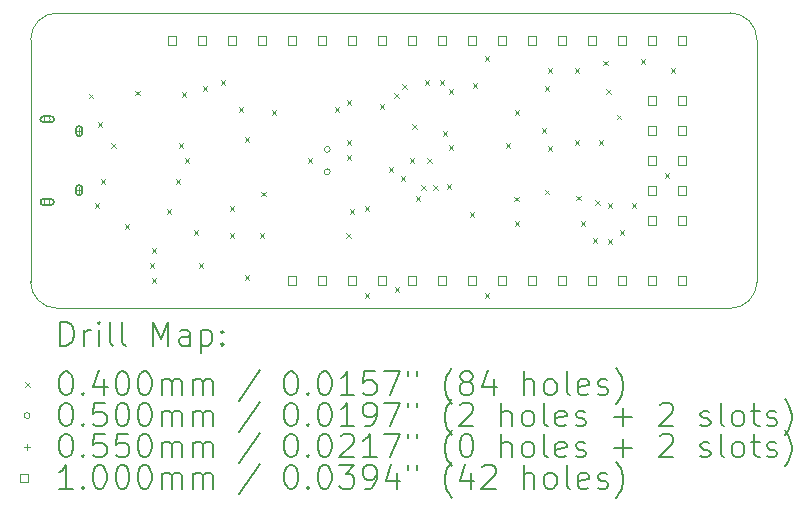
<source format=gbr>
%TF.GenerationSoftware,KiCad,Pcbnew,(6.0.9)*%
%TF.CreationDate,2022-11-19T12:25:15+01:00*%
%TF.ProjectId,SAMD21 breakout,53414d44-3231-4206-9272-65616b6f7574,rev?*%
%TF.SameCoordinates,Original*%
%TF.FileFunction,Drillmap*%
%TF.FilePolarity,Positive*%
%FSLAX45Y45*%
G04 Gerber Fmt 4.5, Leading zero omitted, Abs format (unit mm)*
G04 Created by KiCad (PCBNEW (6.0.9)) date 2022-11-19 12:25:15*
%MOMM*%
%LPD*%
G01*
G04 APERTURE LIST*
%ADD10C,0.100000*%
%ADD11C,0.200000*%
%ADD12C,0.040000*%
%ADD13C,0.050000*%
%ADD14C,0.055000*%
G04 APERTURE END LIST*
D10*
X3711520Y-234000D02*
G75*
G03*
X3936520Y-9000I0J225000D01*
G01*
X3936520Y-9000D02*
X3936520Y2041000D01*
X3936520Y2041000D02*
G75*
G03*
X3711520Y2266000I-225000J0D01*
G01*
X-2213480Y-9000D02*
G75*
G03*
X-1988480Y-234000I225000J0D01*
G01*
X-1988480Y2266000D02*
G75*
G03*
X-2213480Y2041000I0J-225000D01*
G01*
X3711520Y2266000D02*
X-1988480Y2266000D01*
X-1988480Y-234000D02*
X3711520Y-234000D01*
X-2213480Y2041000D02*
X-2213480Y-9000D01*
D11*
D12*
X-1721800Y1582100D02*
X-1681800Y1542100D01*
X-1681800Y1582100D02*
X-1721800Y1542100D01*
X-1671000Y655000D02*
X-1631000Y615000D01*
X-1631000Y655000D02*
X-1671000Y615000D01*
X-1645600Y1340800D02*
X-1605600Y1300800D01*
X-1605600Y1340800D02*
X-1645600Y1300800D01*
X-1620200Y858200D02*
X-1580200Y818200D01*
X-1580200Y858200D02*
X-1620200Y818200D01*
X-1531300Y1163000D02*
X-1491300Y1123000D01*
X-1491300Y1163000D02*
X-1531300Y1123000D01*
X-1417000Y477200D02*
X-1377000Y437200D01*
X-1377000Y477200D02*
X-1417000Y437200D01*
X-1328100Y1607500D02*
X-1288100Y1567500D01*
X-1288100Y1607500D02*
X-1328100Y1567500D01*
X-1206725Y148538D02*
X-1166725Y108538D01*
X-1166725Y148538D02*
X-1206725Y108538D01*
X-1188400Y274000D02*
X-1148400Y234000D01*
X-1148400Y274000D02*
X-1188400Y234000D01*
X-1188400Y20000D02*
X-1148400Y-20000D01*
X-1148400Y20000D02*
X-1188400Y-20000D01*
X-1061400Y604200D02*
X-1021400Y564200D01*
X-1021400Y604200D02*
X-1061400Y564200D01*
X-985200Y858200D02*
X-945200Y818200D01*
X-945200Y858200D02*
X-985200Y818200D01*
X-959800Y1163000D02*
X-919800Y1123000D01*
X-919800Y1163000D02*
X-959800Y1123000D01*
X-934400Y1594800D02*
X-894400Y1554800D01*
X-894400Y1594800D02*
X-934400Y1554800D01*
X-909000Y1036000D02*
X-869000Y996000D01*
X-869000Y1036000D02*
X-909000Y996000D01*
X-832800Y426400D02*
X-792800Y386400D01*
X-792800Y426400D02*
X-832800Y386400D01*
X-790305Y146917D02*
X-750305Y106917D01*
X-750305Y146917D02*
X-790305Y106917D01*
X-756600Y1645600D02*
X-716600Y1605600D01*
X-716600Y1645600D02*
X-756600Y1605600D01*
X-604200Y1696400D02*
X-564200Y1656400D01*
X-564200Y1696400D02*
X-604200Y1656400D01*
X-528000Y629600D02*
X-488000Y589600D01*
X-488000Y629600D02*
X-528000Y589600D01*
X-528000Y401000D02*
X-488000Y361000D01*
X-488000Y401000D02*
X-528000Y361000D01*
X-451800Y1467800D02*
X-411800Y1427800D01*
X-411800Y1467800D02*
X-451800Y1427800D01*
X-401000Y1213800D02*
X-361000Y1173800D01*
X-361000Y1213800D02*
X-401000Y1173800D01*
X-401000Y45400D02*
X-361000Y5400D01*
X-361000Y45400D02*
X-401000Y5400D01*
X-274000Y401000D02*
X-234000Y361000D01*
X-234000Y401000D02*
X-274000Y361000D01*
X-263647Y752759D02*
X-223647Y712759D01*
X-223647Y752759D02*
X-263647Y712759D01*
X-172400Y1442400D02*
X-132400Y1402400D01*
X-132400Y1442400D02*
X-172400Y1402400D01*
X132400Y1036000D02*
X172400Y996000D01*
X172400Y1036000D02*
X132400Y996000D01*
X361000Y1467800D02*
X401000Y1427800D01*
X401000Y1467800D02*
X361000Y1427800D01*
X456630Y401000D02*
X496630Y361000D01*
X496630Y401000D02*
X456630Y361000D01*
X462284Y1525700D02*
X502284Y1485700D01*
X502284Y1525700D02*
X462284Y1485700D01*
X462600Y1188400D02*
X502600Y1148400D01*
X502600Y1188400D02*
X462600Y1148400D01*
X462600Y1061400D02*
X502600Y1021400D01*
X502600Y1061400D02*
X462600Y1021400D01*
X488000Y604200D02*
X528000Y564200D01*
X528000Y604200D02*
X488000Y564200D01*
X615000Y-107000D02*
X655000Y-147000D01*
X655000Y-107000D02*
X615000Y-147000D01*
X615430Y629170D02*
X655430Y589170D01*
X655430Y629170D02*
X615430Y589170D01*
X741631Y1496444D02*
X781631Y1456444D01*
X781631Y1496444D02*
X741631Y1456444D01*
X818200Y959800D02*
X858200Y919800D01*
X858200Y959800D02*
X818200Y919800D01*
X867032Y1585594D02*
X907032Y1545594D01*
X907032Y1585594D02*
X867032Y1545594D01*
X869000Y-56200D02*
X909000Y-96200D01*
X909000Y-56200D02*
X869000Y-96200D01*
X919800Y883600D02*
X959800Y843600D01*
X959800Y883600D02*
X919800Y843600D01*
X933150Y1660550D02*
X973150Y1620550D01*
X973150Y1660550D02*
X933150Y1620550D01*
X996000Y1039750D02*
X1036000Y999750D01*
X1036000Y1039750D02*
X996000Y999750D01*
X1014099Y1322588D02*
X1054099Y1282588D01*
X1054099Y1322588D02*
X1014099Y1282588D01*
X1045602Y716511D02*
X1085602Y676511D01*
X1085602Y716511D02*
X1045602Y676511D01*
X1093850Y810729D02*
X1133850Y770729D01*
X1133850Y810729D02*
X1093850Y770729D01*
X1123000Y1696400D02*
X1163000Y1656400D01*
X1163000Y1696400D02*
X1123000Y1656400D01*
X1140900Y1039750D02*
X1180900Y999750D01*
X1180900Y1039750D02*
X1140900Y999750D01*
X1193721Y806758D02*
X1233721Y766758D01*
X1233721Y806758D02*
X1193721Y766758D01*
X1250000Y1696400D02*
X1290000Y1656400D01*
X1290000Y1696400D02*
X1250000Y1656400D01*
X1275400Y1264600D02*
X1315400Y1224600D01*
X1315400Y1264600D02*
X1275400Y1224600D01*
X1309002Y819578D02*
X1349002Y779578D01*
X1349002Y819578D02*
X1309002Y779578D01*
X1326200Y1620200D02*
X1366200Y1580200D01*
X1366200Y1620200D02*
X1326200Y1580200D01*
X1326665Y1147713D02*
X1366665Y1107713D01*
X1366665Y1147713D02*
X1326665Y1107713D01*
X1504000Y578800D02*
X1544000Y538800D01*
X1544000Y578800D02*
X1504000Y538800D01*
X1529400Y1671000D02*
X1569400Y1631000D01*
X1569400Y1671000D02*
X1529400Y1631000D01*
X1631000Y1899600D02*
X1671000Y1859600D01*
X1671000Y1899600D02*
X1631000Y1859600D01*
X1631000Y-107000D02*
X1671000Y-147000D01*
X1671000Y-107000D02*
X1631000Y-147000D01*
X1808800Y1163000D02*
X1848800Y1123000D01*
X1848800Y1163000D02*
X1808800Y1123000D01*
X1877872Y711381D02*
X1917872Y671381D01*
X1917872Y711381D02*
X1877872Y671381D01*
X1885000Y1442400D02*
X1925000Y1402400D01*
X1925000Y1442400D02*
X1885000Y1402400D01*
X1885000Y502600D02*
X1925000Y462600D01*
X1925000Y502600D02*
X1885000Y462600D01*
X2113600Y1290000D02*
X2153600Y1250000D01*
X2153600Y1290000D02*
X2113600Y1250000D01*
X2139000Y1645600D02*
X2179000Y1605600D01*
X2179000Y1645600D02*
X2139000Y1605600D01*
X2139000Y769300D02*
X2179000Y729300D01*
X2179000Y769300D02*
X2139000Y729300D01*
X2164400Y1798000D02*
X2204400Y1758000D01*
X2204400Y1798000D02*
X2164400Y1758000D01*
X2164400Y1137600D02*
X2204400Y1097600D01*
X2204400Y1137600D02*
X2164400Y1097600D01*
X2393000Y1798000D02*
X2433000Y1758000D01*
X2433000Y1798000D02*
X2393000Y1758000D01*
X2393000Y1188400D02*
X2433000Y1148400D01*
X2433000Y1188400D02*
X2393000Y1148400D01*
X2405556Y718644D02*
X2445556Y678644D01*
X2445556Y718644D02*
X2405556Y678644D01*
X2443800Y502600D02*
X2483800Y462600D01*
X2483800Y502600D02*
X2443800Y462600D01*
X2545400Y359150D02*
X2585400Y319150D01*
X2585400Y359150D02*
X2545400Y319150D01*
X2564593Y680400D02*
X2604593Y640400D01*
X2604593Y680400D02*
X2564593Y640400D01*
X2596200Y1188400D02*
X2636200Y1148400D01*
X2636200Y1188400D02*
X2596200Y1148400D01*
X2634300Y1861500D02*
X2674300Y1821500D01*
X2674300Y1861500D02*
X2634300Y1821500D01*
X2659700Y1620200D02*
X2699700Y1580200D01*
X2699700Y1620200D02*
X2659700Y1580200D01*
X2672400Y655000D02*
X2712400Y615000D01*
X2712400Y655000D02*
X2672400Y615000D01*
X2672400Y353950D02*
X2712400Y313950D01*
X2712400Y353950D02*
X2672400Y313950D01*
X2748600Y1404300D02*
X2788600Y1364300D01*
X2788600Y1404300D02*
X2748600Y1364300D01*
X2774000Y426400D02*
X2814000Y386400D01*
X2814000Y426400D02*
X2774000Y386400D01*
X2875600Y655000D02*
X2915600Y615000D01*
X2915600Y655000D02*
X2875600Y615000D01*
X2951800Y1874200D02*
X2991800Y1834200D01*
X2991800Y1874200D02*
X2951800Y1834200D01*
X3155000Y909000D02*
X3195000Y869000D01*
X3195000Y909000D02*
X3155000Y869000D01*
X3205800Y1798000D02*
X3245800Y1758000D01*
X3245800Y1798000D02*
X3205800Y1758000D01*
D13*
X-2048180Y1366000D02*
G75*
G03*
X-2048180Y1366000I-25000J0D01*
G01*
D11*
X-2040680Y1391000D02*
X-2105680Y1391000D01*
X-2040680Y1341000D02*
X-2105680Y1341000D01*
X-2105680Y1391000D02*
G75*
G03*
X-2105680Y1341000I0J-25000D01*
G01*
X-2040680Y1341000D02*
G75*
G03*
X-2040680Y1391000I0J25000D01*
G01*
D13*
X-2048180Y666000D02*
G75*
G03*
X-2048180Y666000I-25000J0D01*
G01*
D11*
X-2040680Y691000D02*
X-2105680Y691000D01*
X-2040680Y641000D02*
X-2105680Y641000D01*
X-2105680Y691000D02*
G75*
G03*
X-2105680Y641000I0J-25000D01*
G01*
X-2040680Y641000D02*
G75*
G03*
X-2040680Y691000I0J25000D01*
G01*
D13*
X323000Y1111000D02*
G75*
G03*
X323000Y1111000I-25000J0D01*
G01*
X323000Y921000D02*
G75*
G03*
X323000Y921000I-25000J0D01*
G01*
D14*
X-1803180Y1293500D02*
X-1803180Y1238500D01*
X-1830680Y1266000D02*
X-1775680Y1266000D01*
D11*
X-1830680Y1281000D02*
X-1830680Y1251000D01*
X-1775680Y1281000D02*
X-1775680Y1251000D01*
X-1830680Y1251000D02*
G75*
G03*
X-1775680Y1251000I27500J0D01*
G01*
X-1775680Y1281000D02*
G75*
G03*
X-1830680Y1281000I-27500J0D01*
G01*
D14*
X-1803180Y793500D02*
X-1803180Y738500D01*
X-1830680Y766000D02*
X-1775680Y766000D01*
D11*
X-1830680Y781000D02*
X-1830680Y751000D01*
X-1775680Y781000D02*
X-1775680Y751000D01*
X-1830680Y751000D02*
G75*
G03*
X-1775680Y751000I27500J0D01*
G01*
X-1775680Y781000D02*
G75*
G03*
X-1830680Y781000I-27500J0D01*
G01*
D10*
X-980644Y1996644D02*
X-980644Y2067356D01*
X-1051356Y2067356D01*
X-1051356Y1996644D01*
X-980644Y1996644D01*
X-726644Y1996644D02*
X-726644Y2067356D01*
X-797356Y2067356D01*
X-797356Y1996644D01*
X-726644Y1996644D01*
X-472644Y1996644D02*
X-472644Y2067356D01*
X-543356Y2067356D01*
X-543356Y1996644D01*
X-472644Y1996644D01*
X-218644Y1996644D02*
X-218644Y2067356D01*
X-289356Y2067356D01*
X-289356Y1996644D01*
X-218644Y1996644D01*
X35356Y1996644D02*
X35356Y2067356D01*
X-35356Y2067356D01*
X-35356Y1996644D01*
X35356Y1996644D01*
X35356Y-35356D02*
X35356Y35356D01*
X-35356Y35356D01*
X-35356Y-35356D01*
X35356Y-35356D01*
X289356Y1996644D02*
X289356Y2067356D01*
X218644Y2067356D01*
X218644Y1996644D01*
X289356Y1996644D01*
X289356Y-35356D02*
X289356Y35356D01*
X218644Y35356D01*
X218644Y-35356D01*
X289356Y-35356D01*
X543356Y1996644D02*
X543356Y2067356D01*
X472644Y2067356D01*
X472644Y1996644D01*
X543356Y1996644D01*
X543356Y-35356D02*
X543356Y35356D01*
X472644Y35356D01*
X472644Y-35356D01*
X543356Y-35356D01*
X797356Y1996644D02*
X797356Y2067356D01*
X726644Y2067356D01*
X726644Y1996644D01*
X797356Y1996644D01*
X797356Y-35356D02*
X797356Y35356D01*
X726644Y35356D01*
X726644Y-35356D01*
X797356Y-35356D01*
X1051356Y1996644D02*
X1051356Y2067356D01*
X980644Y2067356D01*
X980644Y1996644D01*
X1051356Y1996644D01*
X1051356Y-35356D02*
X1051356Y35356D01*
X980644Y35356D01*
X980644Y-35356D01*
X1051356Y-35356D01*
X1305356Y1996644D02*
X1305356Y2067356D01*
X1234644Y2067356D01*
X1234644Y1996644D01*
X1305356Y1996644D01*
X1305356Y-35356D02*
X1305356Y35356D01*
X1234644Y35356D01*
X1234644Y-35356D01*
X1305356Y-35356D01*
X1559356Y1996644D02*
X1559356Y2067356D01*
X1488644Y2067356D01*
X1488644Y1996644D01*
X1559356Y1996644D01*
X1559356Y-35356D02*
X1559356Y35356D01*
X1488644Y35356D01*
X1488644Y-35356D01*
X1559356Y-35356D01*
X1813356Y1996644D02*
X1813356Y2067356D01*
X1742644Y2067356D01*
X1742644Y1996644D01*
X1813356Y1996644D01*
X1813356Y-35356D02*
X1813356Y35356D01*
X1742644Y35356D01*
X1742644Y-35356D01*
X1813356Y-35356D01*
X2067356Y1996644D02*
X2067356Y2067356D01*
X1996644Y2067356D01*
X1996644Y1996644D01*
X2067356Y1996644D01*
X2067356Y-35356D02*
X2067356Y35356D01*
X1996644Y35356D01*
X1996644Y-35356D01*
X2067356Y-35356D01*
X2321356Y1996644D02*
X2321356Y2067356D01*
X2250644Y2067356D01*
X2250644Y1996644D01*
X2321356Y1996644D01*
X2321356Y-35356D02*
X2321356Y35356D01*
X2250644Y35356D01*
X2250644Y-35356D01*
X2321356Y-35356D01*
X2575356Y1996644D02*
X2575356Y2067356D01*
X2504644Y2067356D01*
X2504644Y1996644D01*
X2575356Y1996644D01*
X2575356Y-35356D02*
X2575356Y35356D01*
X2504644Y35356D01*
X2504644Y-35356D01*
X2575356Y-35356D01*
X2829356Y1996644D02*
X2829356Y2067356D01*
X2758644Y2067356D01*
X2758644Y1996644D01*
X2829356Y1996644D01*
X2829356Y-35356D02*
X2829356Y35356D01*
X2758644Y35356D01*
X2758644Y-35356D01*
X2829356Y-35356D01*
X3083356Y1996644D02*
X3083356Y2067356D01*
X3012644Y2067356D01*
X3012644Y1996644D01*
X3083356Y1996644D01*
X3083356Y1488644D02*
X3083356Y1559356D01*
X3012644Y1559356D01*
X3012644Y1488644D01*
X3083356Y1488644D01*
X3083356Y1234644D02*
X3083356Y1305356D01*
X3012644Y1305356D01*
X3012644Y1234644D01*
X3083356Y1234644D01*
X3083356Y980644D02*
X3083356Y1051356D01*
X3012644Y1051356D01*
X3012644Y980644D01*
X3083356Y980644D01*
X3083356Y726644D02*
X3083356Y797356D01*
X3012644Y797356D01*
X3012644Y726644D01*
X3083356Y726644D01*
X3083356Y472644D02*
X3083356Y543356D01*
X3012644Y543356D01*
X3012644Y472644D01*
X3083356Y472644D01*
X3083356Y-35356D02*
X3083356Y35356D01*
X3012644Y35356D01*
X3012644Y-35356D01*
X3083356Y-35356D01*
X3337356Y1996644D02*
X3337356Y2067356D01*
X3266644Y2067356D01*
X3266644Y1996644D01*
X3337356Y1996644D01*
X3337356Y1488644D02*
X3337356Y1559356D01*
X3266644Y1559356D01*
X3266644Y1488644D01*
X3337356Y1488644D01*
X3337356Y1234644D02*
X3337356Y1305356D01*
X3266644Y1305356D01*
X3266644Y1234644D01*
X3337356Y1234644D01*
X3337356Y980644D02*
X3337356Y1051356D01*
X3266644Y1051356D01*
X3266644Y980644D01*
X3337356Y980644D01*
X3337356Y726644D02*
X3337356Y797356D01*
X3266644Y797356D01*
X3266644Y726644D01*
X3337356Y726644D01*
X3337356Y472644D02*
X3337356Y543356D01*
X3266644Y543356D01*
X3266644Y472644D01*
X3337356Y472644D01*
X3337356Y-35356D02*
X3337356Y35356D01*
X3266644Y35356D01*
X3266644Y-35356D01*
X3337356Y-35356D01*
D11*
X-1960861Y-549476D02*
X-1960861Y-349476D01*
X-1913242Y-349476D01*
X-1884670Y-359000D01*
X-1865623Y-378048D01*
X-1856099Y-397095D01*
X-1846575Y-435190D01*
X-1846575Y-463762D01*
X-1856099Y-501857D01*
X-1865623Y-520905D01*
X-1884670Y-539952D01*
X-1913242Y-549476D01*
X-1960861Y-549476D01*
X-1760861Y-549476D02*
X-1760861Y-416143D01*
X-1760861Y-454238D02*
X-1751337Y-435190D01*
X-1741813Y-425667D01*
X-1722766Y-416143D01*
X-1703718Y-416143D01*
X-1637051Y-549476D02*
X-1637051Y-416143D01*
X-1637051Y-349476D02*
X-1646575Y-359000D01*
X-1637051Y-368524D01*
X-1627528Y-359000D01*
X-1637051Y-349476D01*
X-1637051Y-368524D01*
X-1513242Y-549476D02*
X-1532289Y-539952D01*
X-1541813Y-520905D01*
X-1541813Y-349476D01*
X-1408480Y-549476D02*
X-1427528Y-539952D01*
X-1437051Y-520905D01*
X-1437051Y-349476D01*
X-1179909Y-549476D02*
X-1179909Y-349476D01*
X-1113242Y-492333D01*
X-1046575Y-349476D01*
X-1046575Y-549476D01*
X-865623Y-549476D02*
X-865623Y-444714D01*
X-875147Y-425667D01*
X-894194Y-416143D01*
X-932289Y-416143D01*
X-951337Y-425667D01*
X-865623Y-539952D02*
X-884670Y-549476D01*
X-932289Y-549476D01*
X-951337Y-539952D01*
X-960861Y-520905D01*
X-960861Y-501857D01*
X-951337Y-482809D01*
X-932289Y-473286D01*
X-884670Y-473286D01*
X-865623Y-463762D01*
X-770385Y-416143D02*
X-770385Y-616143D01*
X-770385Y-425667D02*
X-751337Y-416143D01*
X-713242Y-416143D01*
X-694194Y-425667D01*
X-684670Y-435190D01*
X-675147Y-454238D01*
X-675147Y-511381D01*
X-684670Y-530429D01*
X-694194Y-539952D01*
X-713242Y-549476D01*
X-751337Y-549476D01*
X-770385Y-539952D01*
X-589432Y-530429D02*
X-579909Y-539952D01*
X-589432Y-549476D01*
X-598956Y-539952D01*
X-589432Y-530429D01*
X-589432Y-549476D01*
X-589432Y-425667D02*
X-579909Y-435190D01*
X-589432Y-444714D01*
X-598956Y-435190D01*
X-589432Y-425667D01*
X-589432Y-444714D01*
D12*
X-2258480Y-859000D02*
X-2218480Y-899000D01*
X-2218480Y-859000D02*
X-2258480Y-899000D01*
D11*
X-1922766Y-769476D02*
X-1903718Y-769476D01*
X-1884670Y-779000D01*
X-1875147Y-788524D01*
X-1865623Y-807571D01*
X-1856099Y-845667D01*
X-1856099Y-893286D01*
X-1865623Y-931381D01*
X-1875147Y-950428D01*
X-1884670Y-959952D01*
X-1903718Y-969476D01*
X-1922766Y-969476D01*
X-1941813Y-959952D01*
X-1951337Y-950428D01*
X-1960861Y-931381D01*
X-1970385Y-893286D01*
X-1970385Y-845667D01*
X-1960861Y-807571D01*
X-1951337Y-788524D01*
X-1941813Y-779000D01*
X-1922766Y-769476D01*
X-1770385Y-950428D02*
X-1760861Y-959952D01*
X-1770385Y-969476D01*
X-1779908Y-959952D01*
X-1770385Y-950428D01*
X-1770385Y-969476D01*
X-1589432Y-836143D02*
X-1589432Y-969476D01*
X-1637051Y-759952D02*
X-1684670Y-902809D01*
X-1560861Y-902809D01*
X-1446575Y-769476D02*
X-1427528Y-769476D01*
X-1408480Y-779000D01*
X-1398956Y-788524D01*
X-1389432Y-807571D01*
X-1379909Y-845667D01*
X-1379909Y-893286D01*
X-1389432Y-931381D01*
X-1398956Y-950428D01*
X-1408480Y-959952D01*
X-1427528Y-969476D01*
X-1446575Y-969476D01*
X-1465623Y-959952D01*
X-1475147Y-950428D01*
X-1484670Y-931381D01*
X-1494194Y-893286D01*
X-1494194Y-845667D01*
X-1484670Y-807571D01*
X-1475147Y-788524D01*
X-1465623Y-779000D01*
X-1446575Y-769476D01*
X-1256099Y-769476D02*
X-1237051Y-769476D01*
X-1218004Y-779000D01*
X-1208480Y-788524D01*
X-1198956Y-807571D01*
X-1189432Y-845667D01*
X-1189432Y-893286D01*
X-1198956Y-931381D01*
X-1208480Y-950428D01*
X-1218004Y-959952D01*
X-1237051Y-969476D01*
X-1256099Y-969476D01*
X-1275147Y-959952D01*
X-1284670Y-950428D01*
X-1294194Y-931381D01*
X-1303718Y-893286D01*
X-1303718Y-845667D01*
X-1294194Y-807571D01*
X-1284670Y-788524D01*
X-1275147Y-779000D01*
X-1256099Y-769476D01*
X-1103718Y-969476D02*
X-1103718Y-836143D01*
X-1103718Y-855190D02*
X-1094194Y-845667D01*
X-1075147Y-836143D01*
X-1046575Y-836143D01*
X-1027528Y-845667D01*
X-1018004Y-864714D01*
X-1018004Y-969476D01*
X-1018004Y-864714D02*
X-1008480Y-845667D01*
X-989432Y-836143D01*
X-960861Y-836143D01*
X-941813Y-845667D01*
X-932289Y-864714D01*
X-932289Y-969476D01*
X-837051Y-969476D02*
X-837051Y-836143D01*
X-837051Y-855190D02*
X-827528Y-845667D01*
X-808480Y-836143D01*
X-779908Y-836143D01*
X-760861Y-845667D01*
X-751337Y-864714D01*
X-751337Y-969476D01*
X-751337Y-864714D02*
X-741813Y-845667D01*
X-722766Y-836143D01*
X-694194Y-836143D01*
X-675147Y-845667D01*
X-665623Y-864714D01*
X-665623Y-969476D01*
X-275147Y-759952D02*
X-446575Y-1017095D01*
X-18004Y-769476D02*
X1044Y-769476D01*
X20091Y-779000D01*
X29615Y-788524D01*
X39139Y-807571D01*
X48663Y-845667D01*
X48663Y-893286D01*
X39139Y-931381D01*
X29615Y-950428D01*
X20091Y-959952D01*
X1044Y-969476D01*
X-18004Y-969476D01*
X-37051Y-959952D01*
X-46575Y-950428D01*
X-56099Y-931381D01*
X-65623Y-893286D01*
X-65623Y-845667D01*
X-56099Y-807571D01*
X-46575Y-788524D01*
X-37051Y-779000D01*
X-18004Y-769476D01*
X134377Y-950428D02*
X143901Y-959952D01*
X134377Y-969476D01*
X124853Y-959952D01*
X134377Y-950428D01*
X134377Y-969476D01*
X267710Y-769476D02*
X286758Y-769476D01*
X305806Y-779000D01*
X315330Y-788524D01*
X324853Y-807571D01*
X334377Y-845667D01*
X334377Y-893286D01*
X324853Y-931381D01*
X315330Y-950428D01*
X305806Y-959952D01*
X286758Y-969476D01*
X267710Y-969476D01*
X248663Y-959952D01*
X239139Y-950428D01*
X229615Y-931381D01*
X220091Y-893286D01*
X220091Y-845667D01*
X229615Y-807571D01*
X239139Y-788524D01*
X248663Y-779000D01*
X267710Y-769476D01*
X524853Y-969476D02*
X410568Y-969476D01*
X467710Y-969476D02*
X467710Y-769476D01*
X448663Y-798048D01*
X429615Y-817095D01*
X410568Y-826619D01*
X705806Y-769476D02*
X610568Y-769476D01*
X601044Y-864714D01*
X610568Y-855190D01*
X629615Y-845667D01*
X677234Y-845667D01*
X696282Y-855190D01*
X705806Y-864714D01*
X715329Y-883762D01*
X715329Y-931381D01*
X705806Y-950428D01*
X696282Y-959952D01*
X677234Y-969476D01*
X629615Y-969476D01*
X610568Y-959952D01*
X601044Y-950428D01*
X781996Y-769476D02*
X915329Y-769476D01*
X829615Y-969476D01*
X981996Y-769476D02*
X981996Y-807571D01*
X1058187Y-769476D02*
X1058187Y-807571D01*
X1353425Y-1045667D02*
X1343901Y-1036143D01*
X1324853Y-1007571D01*
X1315330Y-988524D01*
X1305806Y-959952D01*
X1296282Y-912333D01*
X1296282Y-874238D01*
X1305806Y-826619D01*
X1315330Y-798048D01*
X1324853Y-779000D01*
X1343901Y-750428D01*
X1353425Y-740905D01*
X1458187Y-855190D02*
X1439139Y-845667D01*
X1429615Y-836143D01*
X1420091Y-817095D01*
X1420091Y-807571D01*
X1429615Y-788524D01*
X1439139Y-779000D01*
X1458187Y-769476D01*
X1496282Y-769476D01*
X1515329Y-779000D01*
X1524853Y-788524D01*
X1534377Y-807571D01*
X1534377Y-817095D01*
X1524853Y-836143D01*
X1515329Y-845667D01*
X1496282Y-855190D01*
X1458187Y-855190D01*
X1439139Y-864714D01*
X1429615Y-874238D01*
X1420091Y-893286D01*
X1420091Y-931381D01*
X1429615Y-950428D01*
X1439139Y-959952D01*
X1458187Y-969476D01*
X1496282Y-969476D01*
X1515329Y-959952D01*
X1524853Y-950428D01*
X1534377Y-931381D01*
X1534377Y-893286D01*
X1524853Y-874238D01*
X1515329Y-864714D01*
X1496282Y-855190D01*
X1705806Y-836143D02*
X1705806Y-969476D01*
X1658187Y-759952D02*
X1610568Y-902809D01*
X1734377Y-902809D01*
X1962948Y-969476D02*
X1962948Y-769476D01*
X2048663Y-969476D02*
X2048663Y-864714D01*
X2039139Y-845667D01*
X2020091Y-836143D01*
X1991520Y-836143D01*
X1972472Y-845667D01*
X1962948Y-855190D01*
X2172472Y-969476D02*
X2153425Y-959952D01*
X2143901Y-950428D01*
X2134377Y-931381D01*
X2134377Y-874238D01*
X2143901Y-855190D01*
X2153425Y-845667D01*
X2172472Y-836143D01*
X2201044Y-836143D01*
X2220091Y-845667D01*
X2229615Y-855190D01*
X2239139Y-874238D01*
X2239139Y-931381D01*
X2229615Y-950428D01*
X2220091Y-959952D01*
X2201044Y-969476D01*
X2172472Y-969476D01*
X2353425Y-969476D02*
X2334377Y-959952D01*
X2324853Y-940905D01*
X2324853Y-769476D01*
X2505806Y-959952D02*
X2486758Y-969476D01*
X2448663Y-969476D01*
X2429615Y-959952D01*
X2420091Y-940905D01*
X2420091Y-864714D01*
X2429615Y-845667D01*
X2448663Y-836143D01*
X2486758Y-836143D01*
X2505806Y-845667D01*
X2515330Y-864714D01*
X2515330Y-883762D01*
X2420091Y-902809D01*
X2591520Y-959952D02*
X2610568Y-969476D01*
X2648663Y-969476D01*
X2667710Y-959952D01*
X2677234Y-940905D01*
X2677234Y-931381D01*
X2667710Y-912333D01*
X2648663Y-902809D01*
X2620091Y-902809D01*
X2601044Y-893286D01*
X2591520Y-874238D01*
X2591520Y-864714D01*
X2601044Y-845667D01*
X2620091Y-836143D01*
X2648663Y-836143D01*
X2667710Y-845667D01*
X2743901Y-1045667D02*
X2753425Y-1036143D01*
X2772472Y-1007571D01*
X2781996Y-988524D01*
X2791520Y-959952D01*
X2801044Y-912333D01*
X2801044Y-874238D01*
X2791520Y-826619D01*
X2781996Y-798048D01*
X2772472Y-779000D01*
X2753425Y-750428D01*
X2743901Y-740905D01*
D13*
X-2218480Y-1143000D02*
G75*
G03*
X-2218480Y-1143000I-25000J0D01*
G01*
D11*
X-1922766Y-1033476D02*
X-1903718Y-1033476D01*
X-1884670Y-1043000D01*
X-1875147Y-1052524D01*
X-1865623Y-1071571D01*
X-1856099Y-1109667D01*
X-1856099Y-1157286D01*
X-1865623Y-1195381D01*
X-1875147Y-1214429D01*
X-1884670Y-1223952D01*
X-1903718Y-1233476D01*
X-1922766Y-1233476D01*
X-1941813Y-1223952D01*
X-1951337Y-1214429D01*
X-1960861Y-1195381D01*
X-1970385Y-1157286D01*
X-1970385Y-1109667D01*
X-1960861Y-1071571D01*
X-1951337Y-1052524D01*
X-1941813Y-1043000D01*
X-1922766Y-1033476D01*
X-1770385Y-1214429D02*
X-1760861Y-1223952D01*
X-1770385Y-1233476D01*
X-1779908Y-1223952D01*
X-1770385Y-1214429D01*
X-1770385Y-1233476D01*
X-1579908Y-1033476D02*
X-1675147Y-1033476D01*
X-1684670Y-1128714D01*
X-1675147Y-1119190D01*
X-1656099Y-1109667D01*
X-1608480Y-1109667D01*
X-1589432Y-1119190D01*
X-1579908Y-1128714D01*
X-1570385Y-1147762D01*
X-1570385Y-1195381D01*
X-1579908Y-1214429D01*
X-1589432Y-1223952D01*
X-1608480Y-1233476D01*
X-1656099Y-1233476D01*
X-1675147Y-1223952D01*
X-1684670Y-1214429D01*
X-1446575Y-1033476D02*
X-1427528Y-1033476D01*
X-1408480Y-1043000D01*
X-1398956Y-1052524D01*
X-1389432Y-1071571D01*
X-1379909Y-1109667D01*
X-1379909Y-1157286D01*
X-1389432Y-1195381D01*
X-1398956Y-1214429D01*
X-1408480Y-1223952D01*
X-1427528Y-1233476D01*
X-1446575Y-1233476D01*
X-1465623Y-1223952D01*
X-1475147Y-1214429D01*
X-1484670Y-1195381D01*
X-1494194Y-1157286D01*
X-1494194Y-1109667D01*
X-1484670Y-1071571D01*
X-1475147Y-1052524D01*
X-1465623Y-1043000D01*
X-1446575Y-1033476D01*
X-1256099Y-1033476D02*
X-1237051Y-1033476D01*
X-1218004Y-1043000D01*
X-1208480Y-1052524D01*
X-1198956Y-1071571D01*
X-1189432Y-1109667D01*
X-1189432Y-1157286D01*
X-1198956Y-1195381D01*
X-1208480Y-1214429D01*
X-1218004Y-1223952D01*
X-1237051Y-1233476D01*
X-1256099Y-1233476D01*
X-1275147Y-1223952D01*
X-1284670Y-1214429D01*
X-1294194Y-1195381D01*
X-1303718Y-1157286D01*
X-1303718Y-1109667D01*
X-1294194Y-1071571D01*
X-1284670Y-1052524D01*
X-1275147Y-1043000D01*
X-1256099Y-1033476D01*
X-1103718Y-1233476D02*
X-1103718Y-1100143D01*
X-1103718Y-1119190D02*
X-1094194Y-1109667D01*
X-1075147Y-1100143D01*
X-1046575Y-1100143D01*
X-1027528Y-1109667D01*
X-1018004Y-1128714D01*
X-1018004Y-1233476D01*
X-1018004Y-1128714D02*
X-1008480Y-1109667D01*
X-989432Y-1100143D01*
X-960861Y-1100143D01*
X-941813Y-1109667D01*
X-932289Y-1128714D01*
X-932289Y-1233476D01*
X-837051Y-1233476D02*
X-837051Y-1100143D01*
X-837051Y-1119190D02*
X-827528Y-1109667D01*
X-808480Y-1100143D01*
X-779908Y-1100143D01*
X-760861Y-1109667D01*
X-751337Y-1128714D01*
X-751337Y-1233476D01*
X-751337Y-1128714D02*
X-741813Y-1109667D01*
X-722766Y-1100143D01*
X-694194Y-1100143D01*
X-675147Y-1109667D01*
X-665623Y-1128714D01*
X-665623Y-1233476D01*
X-275147Y-1023952D02*
X-446575Y-1281095D01*
X-18004Y-1033476D02*
X1044Y-1033476D01*
X20091Y-1043000D01*
X29615Y-1052524D01*
X39139Y-1071571D01*
X48663Y-1109667D01*
X48663Y-1157286D01*
X39139Y-1195381D01*
X29615Y-1214429D01*
X20091Y-1223952D01*
X1044Y-1233476D01*
X-18004Y-1233476D01*
X-37051Y-1223952D01*
X-46575Y-1214429D01*
X-56099Y-1195381D01*
X-65623Y-1157286D01*
X-65623Y-1109667D01*
X-56099Y-1071571D01*
X-46575Y-1052524D01*
X-37051Y-1043000D01*
X-18004Y-1033476D01*
X134377Y-1214429D02*
X143901Y-1223952D01*
X134377Y-1233476D01*
X124853Y-1223952D01*
X134377Y-1214429D01*
X134377Y-1233476D01*
X267710Y-1033476D02*
X286758Y-1033476D01*
X305806Y-1043000D01*
X315330Y-1052524D01*
X324853Y-1071571D01*
X334377Y-1109667D01*
X334377Y-1157286D01*
X324853Y-1195381D01*
X315330Y-1214429D01*
X305806Y-1223952D01*
X286758Y-1233476D01*
X267710Y-1233476D01*
X248663Y-1223952D01*
X239139Y-1214429D01*
X229615Y-1195381D01*
X220091Y-1157286D01*
X220091Y-1109667D01*
X229615Y-1071571D01*
X239139Y-1052524D01*
X248663Y-1043000D01*
X267710Y-1033476D01*
X524853Y-1233476D02*
X410568Y-1233476D01*
X467710Y-1233476D02*
X467710Y-1033476D01*
X448663Y-1062048D01*
X429615Y-1081095D01*
X410568Y-1090619D01*
X620091Y-1233476D02*
X658187Y-1233476D01*
X677234Y-1223952D01*
X686758Y-1214429D01*
X705806Y-1185857D01*
X715329Y-1147762D01*
X715329Y-1071571D01*
X705806Y-1052524D01*
X696282Y-1043000D01*
X677234Y-1033476D01*
X639139Y-1033476D01*
X620091Y-1043000D01*
X610568Y-1052524D01*
X601044Y-1071571D01*
X601044Y-1119190D01*
X610568Y-1138238D01*
X620091Y-1147762D01*
X639139Y-1157286D01*
X677234Y-1157286D01*
X696282Y-1147762D01*
X705806Y-1138238D01*
X715329Y-1119190D01*
X781996Y-1033476D02*
X915329Y-1033476D01*
X829615Y-1233476D01*
X981996Y-1033476D02*
X981996Y-1071571D01*
X1058187Y-1033476D02*
X1058187Y-1071571D01*
X1353425Y-1309667D02*
X1343901Y-1300143D01*
X1324853Y-1271571D01*
X1315330Y-1252524D01*
X1305806Y-1223952D01*
X1296282Y-1176333D01*
X1296282Y-1138238D01*
X1305806Y-1090619D01*
X1315330Y-1062048D01*
X1324853Y-1043000D01*
X1343901Y-1014428D01*
X1353425Y-1004905D01*
X1420091Y-1052524D02*
X1429615Y-1043000D01*
X1448663Y-1033476D01*
X1496282Y-1033476D01*
X1515329Y-1043000D01*
X1524853Y-1052524D01*
X1534377Y-1071571D01*
X1534377Y-1090619D01*
X1524853Y-1119190D01*
X1410568Y-1233476D01*
X1534377Y-1233476D01*
X1772472Y-1233476D02*
X1772472Y-1033476D01*
X1858187Y-1233476D02*
X1858187Y-1128714D01*
X1848663Y-1109667D01*
X1829615Y-1100143D01*
X1801044Y-1100143D01*
X1781996Y-1109667D01*
X1772472Y-1119190D01*
X1981996Y-1233476D02*
X1962948Y-1223952D01*
X1953425Y-1214429D01*
X1943901Y-1195381D01*
X1943901Y-1138238D01*
X1953425Y-1119190D01*
X1962948Y-1109667D01*
X1981996Y-1100143D01*
X2010568Y-1100143D01*
X2029615Y-1109667D01*
X2039139Y-1119190D01*
X2048663Y-1138238D01*
X2048663Y-1195381D01*
X2039139Y-1214429D01*
X2029615Y-1223952D01*
X2010568Y-1233476D01*
X1981996Y-1233476D01*
X2162949Y-1233476D02*
X2143901Y-1223952D01*
X2134377Y-1204905D01*
X2134377Y-1033476D01*
X2315330Y-1223952D02*
X2296282Y-1233476D01*
X2258187Y-1233476D01*
X2239139Y-1223952D01*
X2229615Y-1204905D01*
X2229615Y-1128714D01*
X2239139Y-1109667D01*
X2258187Y-1100143D01*
X2296282Y-1100143D01*
X2315330Y-1109667D01*
X2324853Y-1128714D01*
X2324853Y-1147762D01*
X2229615Y-1166810D01*
X2401044Y-1223952D02*
X2420091Y-1233476D01*
X2458187Y-1233476D01*
X2477234Y-1223952D01*
X2486758Y-1204905D01*
X2486758Y-1195381D01*
X2477234Y-1176333D01*
X2458187Y-1166810D01*
X2429615Y-1166810D01*
X2410568Y-1157286D01*
X2401044Y-1138238D01*
X2401044Y-1128714D01*
X2410568Y-1109667D01*
X2429615Y-1100143D01*
X2458187Y-1100143D01*
X2477234Y-1109667D01*
X2724853Y-1157286D02*
X2877234Y-1157286D01*
X2801044Y-1233476D02*
X2801044Y-1081095D01*
X3115329Y-1052524D02*
X3124853Y-1043000D01*
X3143901Y-1033476D01*
X3191520Y-1033476D01*
X3210568Y-1043000D01*
X3220091Y-1052524D01*
X3229615Y-1071571D01*
X3229615Y-1090619D01*
X3220091Y-1119190D01*
X3105806Y-1233476D01*
X3229615Y-1233476D01*
X3458187Y-1223952D02*
X3477234Y-1233476D01*
X3515329Y-1233476D01*
X3534377Y-1223952D01*
X3543901Y-1204905D01*
X3543901Y-1195381D01*
X3534377Y-1176333D01*
X3515329Y-1166810D01*
X3486758Y-1166810D01*
X3467710Y-1157286D01*
X3458187Y-1138238D01*
X3458187Y-1128714D01*
X3467710Y-1109667D01*
X3486758Y-1100143D01*
X3515329Y-1100143D01*
X3534377Y-1109667D01*
X3658187Y-1233476D02*
X3639139Y-1223952D01*
X3629615Y-1204905D01*
X3629615Y-1033476D01*
X3762948Y-1233476D02*
X3743901Y-1223952D01*
X3734377Y-1214429D01*
X3724853Y-1195381D01*
X3724853Y-1138238D01*
X3734377Y-1119190D01*
X3743901Y-1109667D01*
X3762948Y-1100143D01*
X3791520Y-1100143D01*
X3810568Y-1109667D01*
X3820091Y-1119190D01*
X3829615Y-1138238D01*
X3829615Y-1195381D01*
X3820091Y-1214429D01*
X3810568Y-1223952D01*
X3791520Y-1233476D01*
X3762948Y-1233476D01*
X3886758Y-1100143D02*
X3962948Y-1100143D01*
X3915329Y-1033476D02*
X3915329Y-1204905D01*
X3924853Y-1223952D01*
X3943901Y-1233476D01*
X3962948Y-1233476D01*
X4020091Y-1223952D02*
X4039139Y-1233476D01*
X4077234Y-1233476D01*
X4096282Y-1223952D01*
X4105806Y-1204905D01*
X4105806Y-1195381D01*
X4096282Y-1176333D01*
X4077234Y-1166810D01*
X4048663Y-1166810D01*
X4029615Y-1157286D01*
X4020091Y-1138238D01*
X4020091Y-1128714D01*
X4029615Y-1109667D01*
X4048663Y-1100143D01*
X4077234Y-1100143D01*
X4096282Y-1109667D01*
X4172472Y-1309667D02*
X4181996Y-1300143D01*
X4201044Y-1271571D01*
X4210568Y-1252524D01*
X4220091Y-1223952D01*
X4229615Y-1176333D01*
X4229615Y-1138238D01*
X4220091Y-1090619D01*
X4210568Y-1062048D01*
X4201044Y-1043000D01*
X4181996Y-1014428D01*
X4172472Y-1004905D01*
D14*
X-2245980Y-1379500D02*
X-2245980Y-1434500D01*
X-2273480Y-1407000D02*
X-2218480Y-1407000D01*
D11*
X-1922766Y-1297476D02*
X-1903718Y-1297476D01*
X-1884670Y-1307000D01*
X-1875147Y-1316524D01*
X-1865623Y-1335571D01*
X-1856099Y-1373667D01*
X-1856099Y-1421286D01*
X-1865623Y-1459381D01*
X-1875147Y-1478428D01*
X-1884670Y-1487952D01*
X-1903718Y-1497476D01*
X-1922766Y-1497476D01*
X-1941813Y-1487952D01*
X-1951337Y-1478428D01*
X-1960861Y-1459381D01*
X-1970385Y-1421286D01*
X-1970385Y-1373667D01*
X-1960861Y-1335571D01*
X-1951337Y-1316524D01*
X-1941813Y-1307000D01*
X-1922766Y-1297476D01*
X-1770385Y-1478428D02*
X-1760861Y-1487952D01*
X-1770385Y-1497476D01*
X-1779908Y-1487952D01*
X-1770385Y-1478428D01*
X-1770385Y-1497476D01*
X-1579908Y-1297476D02*
X-1675147Y-1297476D01*
X-1684670Y-1392714D01*
X-1675147Y-1383190D01*
X-1656099Y-1373667D01*
X-1608480Y-1373667D01*
X-1589432Y-1383190D01*
X-1579908Y-1392714D01*
X-1570385Y-1411762D01*
X-1570385Y-1459381D01*
X-1579908Y-1478428D01*
X-1589432Y-1487952D01*
X-1608480Y-1497476D01*
X-1656099Y-1497476D01*
X-1675147Y-1487952D01*
X-1684670Y-1478428D01*
X-1389432Y-1297476D02*
X-1484670Y-1297476D01*
X-1494194Y-1392714D01*
X-1484670Y-1383190D01*
X-1465623Y-1373667D01*
X-1418004Y-1373667D01*
X-1398956Y-1383190D01*
X-1389432Y-1392714D01*
X-1379909Y-1411762D01*
X-1379909Y-1459381D01*
X-1389432Y-1478428D01*
X-1398956Y-1487952D01*
X-1418004Y-1497476D01*
X-1465623Y-1497476D01*
X-1484670Y-1487952D01*
X-1494194Y-1478428D01*
X-1256099Y-1297476D02*
X-1237051Y-1297476D01*
X-1218004Y-1307000D01*
X-1208480Y-1316524D01*
X-1198956Y-1335571D01*
X-1189432Y-1373667D01*
X-1189432Y-1421286D01*
X-1198956Y-1459381D01*
X-1208480Y-1478428D01*
X-1218004Y-1487952D01*
X-1237051Y-1497476D01*
X-1256099Y-1497476D01*
X-1275147Y-1487952D01*
X-1284670Y-1478428D01*
X-1294194Y-1459381D01*
X-1303718Y-1421286D01*
X-1303718Y-1373667D01*
X-1294194Y-1335571D01*
X-1284670Y-1316524D01*
X-1275147Y-1307000D01*
X-1256099Y-1297476D01*
X-1103718Y-1497476D02*
X-1103718Y-1364143D01*
X-1103718Y-1383190D02*
X-1094194Y-1373667D01*
X-1075147Y-1364143D01*
X-1046575Y-1364143D01*
X-1027528Y-1373667D01*
X-1018004Y-1392714D01*
X-1018004Y-1497476D01*
X-1018004Y-1392714D02*
X-1008480Y-1373667D01*
X-989432Y-1364143D01*
X-960861Y-1364143D01*
X-941813Y-1373667D01*
X-932289Y-1392714D01*
X-932289Y-1497476D01*
X-837051Y-1497476D02*
X-837051Y-1364143D01*
X-837051Y-1383190D02*
X-827528Y-1373667D01*
X-808480Y-1364143D01*
X-779908Y-1364143D01*
X-760861Y-1373667D01*
X-751337Y-1392714D01*
X-751337Y-1497476D01*
X-751337Y-1392714D02*
X-741813Y-1373667D01*
X-722766Y-1364143D01*
X-694194Y-1364143D01*
X-675147Y-1373667D01*
X-665623Y-1392714D01*
X-665623Y-1497476D01*
X-275147Y-1287952D02*
X-446575Y-1545095D01*
X-18004Y-1297476D02*
X1044Y-1297476D01*
X20091Y-1307000D01*
X29615Y-1316524D01*
X39139Y-1335571D01*
X48663Y-1373667D01*
X48663Y-1421286D01*
X39139Y-1459381D01*
X29615Y-1478428D01*
X20091Y-1487952D01*
X1044Y-1497476D01*
X-18004Y-1497476D01*
X-37051Y-1487952D01*
X-46575Y-1478428D01*
X-56099Y-1459381D01*
X-65623Y-1421286D01*
X-65623Y-1373667D01*
X-56099Y-1335571D01*
X-46575Y-1316524D01*
X-37051Y-1307000D01*
X-18004Y-1297476D01*
X134377Y-1478428D02*
X143901Y-1487952D01*
X134377Y-1497476D01*
X124853Y-1487952D01*
X134377Y-1478428D01*
X134377Y-1497476D01*
X267710Y-1297476D02*
X286758Y-1297476D01*
X305806Y-1307000D01*
X315330Y-1316524D01*
X324853Y-1335571D01*
X334377Y-1373667D01*
X334377Y-1421286D01*
X324853Y-1459381D01*
X315330Y-1478428D01*
X305806Y-1487952D01*
X286758Y-1497476D01*
X267710Y-1497476D01*
X248663Y-1487952D01*
X239139Y-1478428D01*
X229615Y-1459381D01*
X220091Y-1421286D01*
X220091Y-1373667D01*
X229615Y-1335571D01*
X239139Y-1316524D01*
X248663Y-1307000D01*
X267710Y-1297476D01*
X410568Y-1316524D02*
X420091Y-1307000D01*
X439139Y-1297476D01*
X486758Y-1297476D01*
X505806Y-1307000D01*
X515329Y-1316524D01*
X524853Y-1335571D01*
X524853Y-1354619D01*
X515329Y-1383190D01*
X401044Y-1497476D01*
X524853Y-1497476D01*
X715329Y-1497476D02*
X601044Y-1497476D01*
X658187Y-1497476D02*
X658187Y-1297476D01*
X639139Y-1326048D01*
X620091Y-1345095D01*
X601044Y-1354619D01*
X781996Y-1297476D02*
X915329Y-1297476D01*
X829615Y-1497476D01*
X981996Y-1297476D02*
X981996Y-1335571D01*
X1058187Y-1297476D02*
X1058187Y-1335571D01*
X1353425Y-1573667D02*
X1343901Y-1564143D01*
X1324853Y-1535571D01*
X1315330Y-1516524D01*
X1305806Y-1487952D01*
X1296282Y-1440333D01*
X1296282Y-1402238D01*
X1305806Y-1354619D01*
X1315330Y-1326048D01*
X1324853Y-1307000D01*
X1343901Y-1278429D01*
X1353425Y-1268905D01*
X1467710Y-1297476D02*
X1486758Y-1297476D01*
X1505806Y-1307000D01*
X1515329Y-1316524D01*
X1524853Y-1335571D01*
X1534377Y-1373667D01*
X1534377Y-1421286D01*
X1524853Y-1459381D01*
X1515329Y-1478428D01*
X1505806Y-1487952D01*
X1486758Y-1497476D01*
X1467710Y-1497476D01*
X1448663Y-1487952D01*
X1439139Y-1478428D01*
X1429615Y-1459381D01*
X1420091Y-1421286D01*
X1420091Y-1373667D01*
X1429615Y-1335571D01*
X1439139Y-1316524D01*
X1448663Y-1307000D01*
X1467710Y-1297476D01*
X1772472Y-1497476D02*
X1772472Y-1297476D01*
X1858187Y-1497476D02*
X1858187Y-1392714D01*
X1848663Y-1373667D01*
X1829615Y-1364143D01*
X1801044Y-1364143D01*
X1781996Y-1373667D01*
X1772472Y-1383190D01*
X1981996Y-1497476D02*
X1962948Y-1487952D01*
X1953425Y-1478428D01*
X1943901Y-1459381D01*
X1943901Y-1402238D01*
X1953425Y-1383190D01*
X1962948Y-1373667D01*
X1981996Y-1364143D01*
X2010568Y-1364143D01*
X2029615Y-1373667D01*
X2039139Y-1383190D01*
X2048663Y-1402238D01*
X2048663Y-1459381D01*
X2039139Y-1478428D01*
X2029615Y-1487952D01*
X2010568Y-1497476D01*
X1981996Y-1497476D01*
X2162949Y-1497476D02*
X2143901Y-1487952D01*
X2134377Y-1468905D01*
X2134377Y-1297476D01*
X2315330Y-1487952D02*
X2296282Y-1497476D01*
X2258187Y-1497476D01*
X2239139Y-1487952D01*
X2229615Y-1468905D01*
X2229615Y-1392714D01*
X2239139Y-1373667D01*
X2258187Y-1364143D01*
X2296282Y-1364143D01*
X2315330Y-1373667D01*
X2324853Y-1392714D01*
X2324853Y-1411762D01*
X2229615Y-1430809D01*
X2401044Y-1487952D02*
X2420091Y-1497476D01*
X2458187Y-1497476D01*
X2477234Y-1487952D01*
X2486758Y-1468905D01*
X2486758Y-1459381D01*
X2477234Y-1440333D01*
X2458187Y-1430809D01*
X2429615Y-1430809D01*
X2410568Y-1421286D01*
X2401044Y-1402238D01*
X2401044Y-1392714D01*
X2410568Y-1373667D01*
X2429615Y-1364143D01*
X2458187Y-1364143D01*
X2477234Y-1373667D01*
X2724853Y-1421286D02*
X2877234Y-1421286D01*
X2801044Y-1497476D02*
X2801044Y-1345095D01*
X3115329Y-1316524D02*
X3124853Y-1307000D01*
X3143901Y-1297476D01*
X3191520Y-1297476D01*
X3210568Y-1307000D01*
X3220091Y-1316524D01*
X3229615Y-1335571D01*
X3229615Y-1354619D01*
X3220091Y-1383190D01*
X3105806Y-1497476D01*
X3229615Y-1497476D01*
X3458187Y-1487952D02*
X3477234Y-1497476D01*
X3515329Y-1497476D01*
X3534377Y-1487952D01*
X3543901Y-1468905D01*
X3543901Y-1459381D01*
X3534377Y-1440333D01*
X3515329Y-1430809D01*
X3486758Y-1430809D01*
X3467710Y-1421286D01*
X3458187Y-1402238D01*
X3458187Y-1392714D01*
X3467710Y-1373667D01*
X3486758Y-1364143D01*
X3515329Y-1364143D01*
X3534377Y-1373667D01*
X3658187Y-1497476D02*
X3639139Y-1487952D01*
X3629615Y-1468905D01*
X3629615Y-1297476D01*
X3762948Y-1497476D02*
X3743901Y-1487952D01*
X3734377Y-1478428D01*
X3724853Y-1459381D01*
X3724853Y-1402238D01*
X3734377Y-1383190D01*
X3743901Y-1373667D01*
X3762948Y-1364143D01*
X3791520Y-1364143D01*
X3810568Y-1373667D01*
X3820091Y-1383190D01*
X3829615Y-1402238D01*
X3829615Y-1459381D01*
X3820091Y-1478428D01*
X3810568Y-1487952D01*
X3791520Y-1497476D01*
X3762948Y-1497476D01*
X3886758Y-1364143D02*
X3962948Y-1364143D01*
X3915329Y-1297476D02*
X3915329Y-1468905D01*
X3924853Y-1487952D01*
X3943901Y-1497476D01*
X3962948Y-1497476D01*
X4020091Y-1487952D02*
X4039139Y-1497476D01*
X4077234Y-1497476D01*
X4096282Y-1487952D01*
X4105806Y-1468905D01*
X4105806Y-1459381D01*
X4096282Y-1440333D01*
X4077234Y-1430809D01*
X4048663Y-1430809D01*
X4029615Y-1421286D01*
X4020091Y-1402238D01*
X4020091Y-1392714D01*
X4029615Y-1373667D01*
X4048663Y-1364143D01*
X4077234Y-1364143D01*
X4096282Y-1373667D01*
X4172472Y-1573667D02*
X4181996Y-1564143D01*
X4201044Y-1535571D01*
X4210568Y-1516524D01*
X4220091Y-1487952D01*
X4229615Y-1440333D01*
X4229615Y-1402238D01*
X4220091Y-1354619D01*
X4210568Y-1326048D01*
X4201044Y-1307000D01*
X4181996Y-1278429D01*
X4172472Y-1268905D01*
D10*
X-2233124Y-1706356D02*
X-2233124Y-1635644D01*
X-2303836Y-1635644D01*
X-2303836Y-1706356D01*
X-2233124Y-1706356D01*
D11*
X-1856099Y-1761476D02*
X-1970385Y-1761476D01*
X-1913242Y-1761476D02*
X-1913242Y-1561476D01*
X-1932289Y-1590048D01*
X-1951337Y-1609095D01*
X-1970385Y-1618619D01*
X-1770385Y-1742428D02*
X-1760861Y-1751952D01*
X-1770385Y-1761476D01*
X-1779908Y-1751952D01*
X-1770385Y-1742428D01*
X-1770385Y-1761476D01*
X-1637051Y-1561476D02*
X-1618004Y-1561476D01*
X-1598956Y-1571000D01*
X-1589432Y-1580524D01*
X-1579908Y-1599571D01*
X-1570385Y-1637667D01*
X-1570385Y-1685286D01*
X-1579908Y-1723381D01*
X-1589432Y-1742428D01*
X-1598956Y-1751952D01*
X-1618004Y-1761476D01*
X-1637051Y-1761476D01*
X-1656099Y-1751952D01*
X-1665623Y-1742428D01*
X-1675147Y-1723381D01*
X-1684670Y-1685286D01*
X-1684670Y-1637667D01*
X-1675147Y-1599571D01*
X-1665623Y-1580524D01*
X-1656099Y-1571000D01*
X-1637051Y-1561476D01*
X-1446575Y-1561476D02*
X-1427528Y-1561476D01*
X-1408480Y-1571000D01*
X-1398956Y-1580524D01*
X-1389432Y-1599571D01*
X-1379909Y-1637667D01*
X-1379909Y-1685286D01*
X-1389432Y-1723381D01*
X-1398956Y-1742428D01*
X-1408480Y-1751952D01*
X-1427528Y-1761476D01*
X-1446575Y-1761476D01*
X-1465623Y-1751952D01*
X-1475147Y-1742428D01*
X-1484670Y-1723381D01*
X-1494194Y-1685286D01*
X-1494194Y-1637667D01*
X-1484670Y-1599571D01*
X-1475147Y-1580524D01*
X-1465623Y-1571000D01*
X-1446575Y-1561476D01*
X-1256099Y-1561476D02*
X-1237051Y-1561476D01*
X-1218004Y-1571000D01*
X-1208480Y-1580524D01*
X-1198956Y-1599571D01*
X-1189432Y-1637667D01*
X-1189432Y-1685286D01*
X-1198956Y-1723381D01*
X-1208480Y-1742428D01*
X-1218004Y-1751952D01*
X-1237051Y-1761476D01*
X-1256099Y-1761476D01*
X-1275147Y-1751952D01*
X-1284670Y-1742428D01*
X-1294194Y-1723381D01*
X-1303718Y-1685286D01*
X-1303718Y-1637667D01*
X-1294194Y-1599571D01*
X-1284670Y-1580524D01*
X-1275147Y-1571000D01*
X-1256099Y-1561476D01*
X-1103718Y-1761476D02*
X-1103718Y-1628143D01*
X-1103718Y-1647190D02*
X-1094194Y-1637667D01*
X-1075147Y-1628143D01*
X-1046575Y-1628143D01*
X-1027528Y-1637667D01*
X-1018004Y-1656714D01*
X-1018004Y-1761476D01*
X-1018004Y-1656714D02*
X-1008480Y-1637667D01*
X-989432Y-1628143D01*
X-960861Y-1628143D01*
X-941813Y-1637667D01*
X-932289Y-1656714D01*
X-932289Y-1761476D01*
X-837051Y-1761476D02*
X-837051Y-1628143D01*
X-837051Y-1647190D02*
X-827528Y-1637667D01*
X-808480Y-1628143D01*
X-779908Y-1628143D01*
X-760861Y-1637667D01*
X-751337Y-1656714D01*
X-751337Y-1761476D01*
X-751337Y-1656714D02*
X-741813Y-1637667D01*
X-722766Y-1628143D01*
X-694194Y-1628143D01*
X-675147Y-1637667D01*
X-665623Y-1656714D01*
X-665623Y-1761476D01*
X-275147Y-1551952D02*
X-446575Y-1809095D01*
X-18004Y-1561476D02*
X1044Y-1561476D01*
X20091Y-1571000D01*
X29615Y-1580524D01*
X39139Y-1599571D01*
X48663Y-1637667D01*
X48663Y-1685286D01*
X39139Y-1723381D01*
X29615Y-1742428D01*
X20091Y-1751952D01*
X1044Y-1761476D01*
X-18004Y-1761476D01*
X-37051Y-1751952D01*
X-46575Y-1742428D01*
X-56099Y-1723381D01*
X-65623Y-1685286D01*
X-65623Y-1637667D01*
X-56099Y-1599571D01*
X-46575Y-1580524D01*
X-37051Y-1571000D01*
X-18004Y-1561476D01*
X134377Y-1742428D02*
X143901Y-1751952D01*
X134377Y-1761476D01*
X124853Y-1751952D01*
X134377Y-1742428D01*
X134377Y-1761476D01*
X267710Y-1561476D02*
X286758Y-1561476D01*
X305806Y-1571000D01*
X315330Y-1580524D01*
X324853Y-1599571D01*
X334377Y-1637667D01*
X334377Y-1685286D01*
X324853Y-1723381D01*
X315330Y-1742428D01*
X305806Y-1751952D01*
X286758Y-1761476D01*
X267710Y-1761476D01*
X248663Y-1751952D01*
X239139Y-1742428D01*
X229615Y-1723381D01*
X220091Y-1685286D01*
X220091Y-1637667D01*
X229615Y-1599571D01*
X239139Y-1580524D01*
X248663Y-1571000D01*
X267710Y-1561476D01*
X401044Y-1561476D02*
X524853Y-1561476D01*
X458187Y-1637667D01*
X486758Y-1637667D01*
X505806Y-1647190D01*
X515329Y-1656714D01*
X524853Y-1675762D01*
X524853Y-1723381D01*
X515329Y-1742428D01*
X505806Y-1751952D01*
X486758Y-1761476D01*
X429615Y-1761476D01*
X410568Y-1751952D01*
X401044Y-1742428D01*
X620091Y-1761476D02*
X658187Y-1761476D01*
X677234Y-1751952D01*
X686758Y-1742428D01*
X705806Y-1713857D01*
X715329Y-1675762D01*
X715329Y-1599571D01*
X705806Y-1580524D01*
X696282Y-1571000D01*
X677234Y-1561476D01*
X639139Y-1561476D01*
X620091Y-1571000D01*
X610568Y-1580524D01*
X601044Y-1599571D01*
X601044Y-1647190D01*
X610568Y-1666238D01*
X620091Y-1675762D01*
X639139Y-1685286D01*
X677234Y-1685286D01*
X696282Y-1675762D01*
X705806Y-1666238D01*
X715329Y-1647190D01*
X886758Y-1628143D02*
X886758Y-1761476D01*
X839139Y-1551952D02*
X791520Y-1694809D01*
X915329Y-1694809D01*
X981996Y-1561476D02*
X981996Y-1599571D01*
X1058187Y-1561476D02*
X1058187Y-1599571D01*
X1353425Y-1837667D02*
X1343901Y-1828143D01*
X1324853Y-1799571D01*
X1315330Y-1780524D01*
X1305806Y-1751952D01*
X1296282Y-1704333D01*
X1296282Y-1666238D01*
X1305806Y-1618619D01*
X1315330Y-1590048D01*
X1324853Y-1571000D01*
X1343901Y-1542428D01*
X1353425Y-1532905D01*
X1515329Y-1628143D02*
X1515329Y-1761476D01*
X1467710Y-1551952D02*
X1420091Y-1694809D01*
X1543901Y-1694809D01*
X1610568Y-1580524D02*
X1620091Y-1571000D01*
X1639139Y-1561476D01*
X1686758Y-1561476D01*
X1705806Y-1571000D01*
X1715329Y-1580524D01*
X1724853Y-1599571D01*
X1724853Y-1618619D01*
X1715329Y-1647190D01*
X1601044Y-1761476D01*
X1724853Y-1761476D01*
X1962948Y-1761476D02*
X1962948Y-1561476D01*
X2048663Y-1761476D02*
X2048663Y-1656714D01*
X2039139Y-1637667D01*
X2020091Y-1628143D01*
X1991520Y-1628143D01*
X1972472Y-1637667D01*
X1962948Y-1647190D01*
X2172472Y-1761476D02*
X2153425Y-1751952D01*
X2143901Y-1742428D01*
X2134377Y-1723381D01*
X2134377Y-1666238D01*
X2143901Y-1647190D01*
X2153425Y-1637667D01*
X2172472Y-1628143D01*
X2201044Y-1628143D01*
X2220091Y-1637667D01*
X2229615Y-1647190D01*
X2239139Y-1666238D01*
X2239139Y-1723381D01*
X2229615Y-1742428D01*
X2220091Y-1751952D01*
X2201044Y-1761476D01*
X2172472Y-1761476D01*
X2353425Y-1761476D02*
X2334377Y-1751952D01*
X2324853Y-1732905D01*
X2324853Y-1561476D01*
X2505806Y-1751952D02*
X2486758Y-1761476D01*
X2448663Y-1761476D01*
X2429615Y-1751952D01*
X2420091Y-1732905D01*
X2420091Y-1656714D01*
X2429615Y-1637667D01*
X2448663Y-1628143D01*
X2486758Y-1628143D01*
X2505806Y-1637667D01*
X2515330Y-1656714D01*
X2515330Y-1675762D01*
X2420091Y-1694809D01*
X2591520Y-1751952D02*
X2610568Y-1761476D01*
X2648663Y-1761476D01*
X2667710Y-1751952D01*
X2677234Y-1732905D01*
X2677234Y-1723381D01*
X2667710Y-1704333D01*
X2648663Y-1694809D01*
X2620091Y-1694809D01*
X2601044Y-1685286D01*
X2591520Y-1666238D01*
X2591520Y-1656714D01*
X2601044Y-1637667D01*
X2620091Y-1628143D01*
X2648663Y-1628143D01*
X2667710Y-1637667D01*
X2743901Y-1837667D02*
X2753425Y-1828143D01*
X2772472Y-1799571D01*
X2781996Y-1780524D01*
X2791520Y-1751952D01*
X2801044Y-1704333D01*
X2801044Y-1666238D01*
X2791520Y-1618619D01*
X2781996Y-1590048D01*
X2772472Y-1571000D01*
X2753425Y-1542428D01*
X2743901Y-1532905D01*
M02*

</source>
